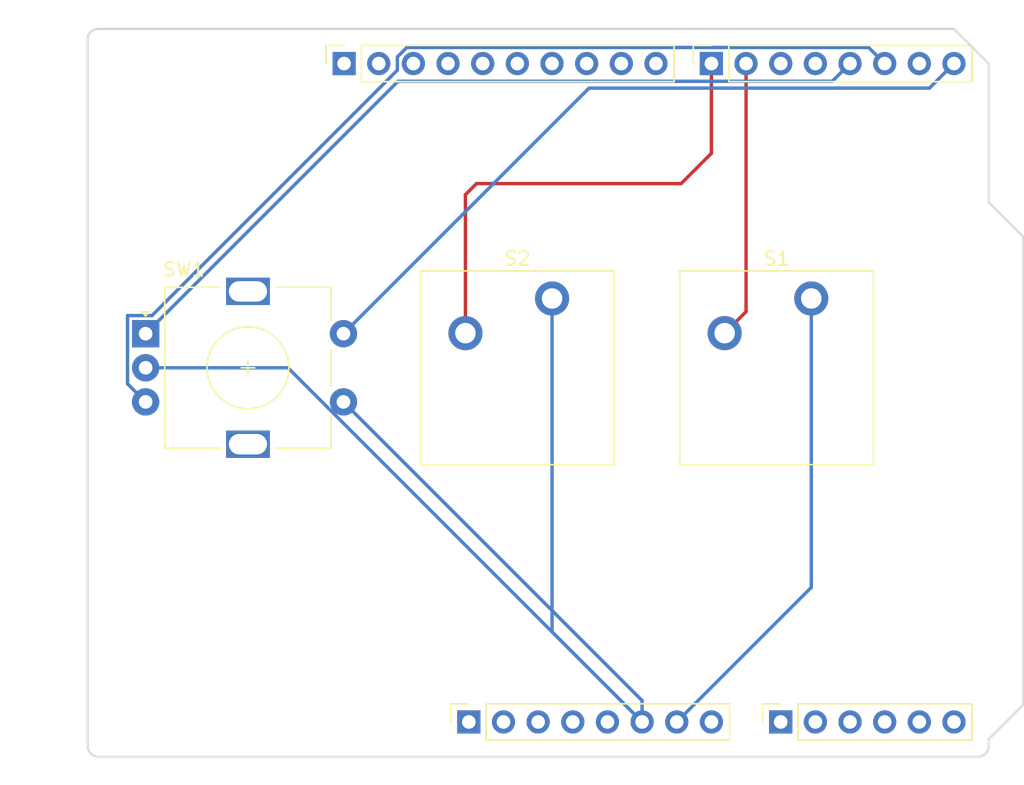
<source format=kicad_pcb>
(kicad_pcb (version 20241229) (generator "pcbnew") (generator_version "9.0")
  (title_block (date "mar. 31 mars 2015"))
  (layers (0 "F.Cu" signal) (2 "B.Cu" signal) (13 "F.Paste" user) (15 "B.Paste" user) (5 "F.SilkS" user "F.Silkscreen") (7 "B.SilkS" user "B.Silkscreen") (1 "F.Mask" user) (3 "B.Mask" user) (25 "Edge.Cuts" user))
  (net 0 "")
  (net 1 "GND")
  (net 3 "+5V")
  (net 4 "/IOREF")
  (net 5 "/A0")
  (net 6 "/A1")
  (net 7 "/A2")
  (net 8 "/A3")
  (net 9 "/SDA{slash}A4")
  (net 10 "/SCL{slash}A5")
  (net 11 "/13")
  (net 12 "/12")
  (net 13 "/AREF")
  (net 14 "/8")
  (net 15 "/7")
  (net 16 "/*11")
  (net 17 "/*10")
  (net 18 "/*9")
  (net 19 "/4")
  (net 20 "/2")
  (net 21 "/*6")
  (net 22 "/*5")
  (net 23 "/TX{slash}1")
  (net 24 "/*3")
  (net 25 "/RX{slash}0")
  (net 26 "+3V3")
  (net 27 "VCC")
  (net 28 "/~{RESET}")
  (footprint "Connector_PinSocket_2.54mm:PinSocket_1x08_P2.54mm_Vertical" (layer "F.Cu") (at 127.94 97.46 90)
    (property "Reference" "J1" (hide yes))
    (property "Value" "Power")
    (fp_line (start 1.33 -1.33) (end 1.33 0) (stroke (width 0.12)) (layer "F.SilkS"))
    (fp_line (start 0 -1.33) (end 1.33 -1.33) (stroke (width 0.12)) (layer "F.SilkS"))
    (fp_line (start 1.33 1.27) (end 1.33 19.11) (stroke (width 0.12)) (layer "F.SilkS"))
    (fp_line (start -1.33 1.27) (end 1.33 1.27) (stroke (width 0.12)) (layer "F.SilkS"))
    (fp_line (start -1.33 1.27) (end -1.33 19.11) (stroke (width 0.12)) (layer "F.SilkS"))
    (fp_line (start -1.33 19.11) (end 1.33 19.11) (stroke (width 0.12)) (layer "F.SilkS"))
    (pad "1" thru_hole rect (at 0 0 90) (size 1.7 1.7) (drill 1) (layers "*.Cu" "*.Mask"))
    (pad "2" thru_hole oval (at 0 2.54 90) (size 1.7 1.7) (drill 1) (layers "*.Cu" "*.Mask") (net 4 "/IOREF"))
    (pad "3" thru_hole oval (at 0 5.08 90) (size 1.7 1.7) (drill 1) (layers "*.Cu" "*.Mask") (net 28 "/~{RESET}"))
    (pad "4" thru_hole oval (at 0 7.62 90) (size 1.7 1.7) (drill 1) (layers "*.Cu" "*.Mask") (net 26 "+3V3"))
    (pad "5" thru_hole oval (at 0 10.16 90) (size 1.7 1.7) (drill 1) (layers "*.Cu" "*.Mask") (net 3 "+5V"))
    (pad "6" thru_hole oval (at 0 12.7 90) (size 1.7 1.7) (drill 1) (layers "*.Cu" "*.Mask") (net 1 "GND"))
    (pad "7" thru_hole oval (at 0 15.24 90) (size 1.7 1.7) (drill 1) (layers "*.Cu" "*.Mask") (net 1 "GND"))
    (pad "8" thru_hole oval (at 0 17.78 90) (size 1.7 1.7) (drill 1) (layers "*.Cu" "*.Mask") (net 27 "VCC"))
  )
  (footprint "Connector_PinSocket_2.54mm:PinSocket_1x06_P2.54mm_Vertical" (layer "F.Cu") (at 150.8 97.46 90)
    (property "Reference" "J3" (hide yes))
    (property "Value" "Analog")
    (fp_line (start 1.33 -1.33) (end 1.33 0) (stroke (width 0.12)) (layer "F.SilkS"))
    (fp_line (start 0 -1.33) (end 1.33 -1.33) (stroke (width 0.12)) (layer "F.SilkS"))
    (fp_line (start 1.33 1.27) (end 1.33 14.03) (stroke (width 0.12)) (layer "F.SilkS"))
    (fp_line (start -1.33 1.27) (end 1.33 1.27) (stroke (width 0.12)) (layer "F.SilkS"))
    (fp_line (start -1.33 1.27) (end -1.33 14.03) (stroke (width 0.12)) (layer "F.SilkS"))
    (fp_line (start -1.33 14.03) (end 1.33 14.03) (stroke (width 0.12)) (layer "F.SilkS"))
    (pad "1" thru_hole rect (at 0 0 90) (size 1.7 1.7) (drill 1) (layers "*.Cu" "*.Mask") (net 5 "/A0"))
    (pad "2" thru_hole oval (at 0 2.54 90) (size 1.7 1.7) (drill 1) (layers "*.Cu" "*.Mask") (net 6 "/A1"))
    (pad "3" thru_hole oval (at 0 5.08 90) (size 1.7 1.7) (drill 1) (layers "*.Cu" "*.Mask") (net 7 "/A2"))
    (pad "4" thru_hole oval (at 0 7.62 90) (size 1.7 1.7) (drill 1) (layers "*.Cu" "*.Mask") (net 8 "/A3"))
    (pad "5" thru_hole oval (at 0 10.16 90) (size 1.7 1.7) (drill 1) (layers "*.Cu" "*.Mask") (net 9 "/SDA{slash}A4"))
    (pad "6" thru_hole oval (at 0 12.7 90) (size 1.7 1.7) (drill 1) (layers "*.Cu" "*.Mask") (net 10 "/SCL{slash}A5"))
  )
  (footprint "Connector_PinSocket_2.54mm:PinSocket_1x10_P2.54mm_Vertical" (layer "F.Cu") (at 118.796 49.2 90)
    (property "Reference" "J2" (hide yes))
    (property "Value" "Digital/PWM")
    (fp_line (start 1.33 -1.33) (end 1.33 0) (stroke (width 0.12)) (layer "F.SilkS"))
    (fp_line (start 0 -1.33) (end 1.33 -1.33) (stroke (width 0.12)) (layer "F.SilkS"))
    (fp_line (start 1.33 1.27) (end 1.33 24.19) (stroke (width 0.12)) (layer "F.SilkS"))
    (fp_line (start -1.33 1.27) (end 1.33 1.27) (stroke (width 0.12)) (layer "F.SilkS"))
    (fp_line (start -1.33 1.27) (end -1.33 24.19) (stroke (width 0.12)) (layer "F.SilkS"))
    (fp_line (start -1.33 24.19) (end 1.33 24.19) (stroke (width 0.12)) (layer "F.SilkS"))
    (pad "1" thru_hole rect (at 0 0 90) (size 1.7 1.7) (drill 1) (layers "*.Cu" "*.Mask") (net 10 "/SCL{slash}A5"))
    (pad "2" thru_hole oval (at 0 2.54 90) (size 1.7 1.7) (drill 1) (layers "*.Cu" "*.Mask") (net 9 "/SDA{slash}A4"))
    (pad "3" thru_hole oval (at 0 5.08 90) (size 1.7 1.7) (drill 1) (layers "*.Cu" "*.Mask") (net 13 "/AREF"))
    (pad "4" thru_hole oval (at 0 7.62 90) (size 1.7 1.7) (drill 1) (layers "*.Cu" "*.Mask") (net 1 "GND"))
    (pad "5" thru_hole oval (at 0 10.16 90) (size 1.7 1.7) (drill 1) (layers "*.Cu" "*.Mask") (net 11 "/13"))
    (pad "6" thru_hole oval (at 0 12.7 90) (size 1.7 1.7) (drill 1) (layers "*.Cu" "*.Mask") (net 12 "/12"))
    (pad "7" thru_hole oval (at 0 15.24 90) (size 1.7 1.7) (drill 1) (layers "*.Cu" "*.Mask") (net 16 "/*11"))
    (pad "8" thru_hole oval (at 0 17.78 90) (size 1.7 1.7) (drill 1) (layers "*.Cu" "*.Mask") (net 17 "/*10"))
    (pad "9" thru_hole oval (at 0 20.32 90) (size 1.7 1.7) (drill 1) (layers "*.Cu" "*.Mask") (net 18 "/*9"))
    (pad "10" thru_hole oval (at 0 22.86 90) (size 1.7 1.7) (drill 1) (layers "*.Cu" "*.Mask") (net 14 "/8"))
  )
  (footprint "Connector_PinSocket_2.54mm:PinSocket_1x08_P2.54mm_Vertical" (layer "F.Cu") (at 145.72 49.2 90)
    (property "Reference" "J4" (hide yes))
    (property "Value" "Digital/PWM")
    (fp_line (start 1.33 -1.33) (end 1.33 0) (stroke (width 0.12)) (layer "F.SilkS"))
    (fp_line (start 0 -1.33) (end 1.33 -1.33) (stroke (width 0.12)) (layer "F.SilkS"))
    (fp_line (start 1.33 1.27) (end 1.33 19.11) (stroke (width 0.12)) (layer "F.SilkS"))
    (fp_line (start -1.33 1.27) (end 1.33 1.27) (stroke (width 0.12)) (layer "F.SilkS"))
    (fp_line (start -1.33 1.27) (end -1.33 19.11) (stroke (width 0.12)) (layer "F.SilkS"))
    (fp_line (start -1.33 19.11) (end 1.33 19.11) (stroke (width 0.12)) (layer "F.SilkS"))
    (pad "1" thru_hole rect (at 0 0 90) (size 1.7 1.7) (drill 1) (layers "*.Cu" "*.Mask") (net 15 "/7"))
    (pad "2" thru_hole oval (at 0 2.54 90) (size 1.7 1.7) (drill 1) (layers "*.Cu" "*.Mask") (net 21 "/*6"))
    (pad "3" thru_hole oval (at 0 5.08 90) (size 1.7 1.7) (drill 1) (layers "*.Cu" "*.Mask") (net 22 "/*5"))
    (pad "4" thru_hole oval (at 0 7.62 90) (size 1.7 1.7) (drill 1) (layers "*.Cu" "*.Mask") (net 19 "/4"))
    (pad "5" thru_hole oval (at 0 10.16 90) (size 1.7 1.7) (drill 1) (layers "*.Cu" "*.Mask") (net 24 "/*3"))
    (pad "6" thru_hole oval (at 0 12.7 90) (size 1.7 1.7) (drill 1) (layers "*.Cu" "*.Mask") (net 20 "/2"))
    (pad "7" thru_hole oval (at 0 15.24 90) (size 1.7 1.7) (drill 1) (layers "*.Cu" "*.Mask") (net 23 "/TX{slash}1"))
    (pad "8" thru_hole oval (at 0 17.78 90) (size 1.7 1.7) (drill 1) (layers "*.Cu" "*.Mask") (net 25 "/RX{slash}0"))
  )
  (footprint "LOGO" (layer "F.Cu") (at 112 88.5)
    (property "Reference" "G***" (hide yes))
    (property "Value" "LOGO" (hide yes))
  )
  (footprint "Arduino_MountingHole:MountingHole_3.2mm" (layer "F.Cu") (at 115.24 49.2)
    (property "Reference" "MH1" (hide yes))
    (property "Value" "MountingHole_3.2mm" (hide yes))
    (pad "" np_thru_hole circle (at 0 0) (size 3.2 3.2) (drill 3.2) (layers "*.Cu" "*.Mask"))
  )
  (footprint "ScottoKeebs_MX:MX_PCB_1.00u" (layer "F.Cu") (at 150.5 71.5)
    (property "Reference" "S1" (at 0 -8 0) (layer "F.SilkS"))
    (property "Value" "Keyswitch")
    (fp_line (start -7.1 -7.1) (end -7.1 7.1) (stroke (width 0.12)) (layer "F.SilkS"))
    (fp_line (start -7.1 7.1) (end 7.1 7.1) (stroke (width 0.12)) (layer "F.SilkS"))
    (fp_line (start 7.1 -7.1) (end -7.1 -7.1) (stroke (width 0.12)) (layer "F.SilkS"))
    (fp_line (start 7.1 7.1) (end 7.1 -7.1) (stroke (width 0.12)) (layer "F.SilkS"))
    (pad "" np_thru_hole circle (at -5.08 0) (size 1.75 1.75) (drill 1.75) (layers "*.Cu" "*.Mask"))
    (pad "" np_thru_hole circle (at 0 0) (size 4 4) (drill 4) (layers "*.Cu" "*.Mask"))
    (pad "" np_thru_hole circle (at 5.08 0) (size 1.75 1.75) (drill 1.75) (layers "*.Cu" "*.Mask"))
    (pad "1" thru_hole circle (at -3.81 -2.54) (size 2.5 2.5) (drill 1.5) (layers "*.Cu" "*.Mask") (net 21 "/*6"))
    (pad "2" thru_hole circle (at 2.54 -5.08) (size 2.5 2.5) (drill 1.5) (layers "*.Cu" "*.Mask") (net 1 "GND"))
  )
  (footprint "Rotary_Encoder:RotaryEncoder_Alps_EC11E-Switch_Vertical_H20mm" (layer "F.Cu") (at 104.25 69)
    (property "Reference" "SW1" (at 2.8 -4.7 0) (layer "F.SilkS"))
    (property "Value" "RotaryEncoder_Switch")
    (fp_line (start -0.3 -1.6) (end 0.3 -1.6) (stroke (width 0.12)) (layer "F.SilkS"))
    (fp_line (start 0 -1.3) (end -0.3 -1.6) (stroke (width 0.12)) (layer "F.SilkS"))
    (fp_line (start 0.3 -1.6) (end 0 -1.3) (stroke (width 0.12)) (layer "F.SilkS"))
    (fp_line (start 1.4 -3.4) (end 1.4 8.4) (stroke (width 0.12)) (layer "F.SilkS"))
    (fp_line (start 5.5 -3.4) (end 1.4 -3.4) (stroke (width 0.12)) (layer "F.SilkS"))
    (fp_line (start 5.5 8.4) (end 1.4 8.4) (stroke (width 0.12)) (layer "F.SilkS"))
    (fp_line (start 7 2.5) (end 8 2.5) (stroke (width 0.12)) (layer "F.SilkS"))
    (fp_line (start 7.5 2) (end 7.5 3) (stroke (width 0.12)) (layer "F.SilkS"))
    (fp_line (start 9.5 -3.4) (end 13.6 -3.4) (stroke (width 0.12)) (layer "F.SilkS"))
    (fp_line (start 13.6 -3.4) (end 13.6 -1) (stroke (width 0.12)) (layer "F.SilkS"))
    (fp_line (start 13.6 1.2) (end 13.6 3.8) (stroke (width 0.12)) (layer "F.SilkS"))
    (fp_line (start 13.6 6) (end 13.6 8.4) (stroke (width 0.12)) (layer "F.SilkS"))
    (fp_line (start 13.6 8.4) (end 9.5 8.4) (stroke (width 0.12)) (layer "F.SilkS"))
    (fp_circle (center 7.5 2.5) (end 10.5 2.5) (stroke (width 0.12)) (fill no) (layer "F.SilkS"))
    (pad "A" thru_hole rect (at 0 0) (size 2 2) (drill 1) (layers "*.Cu" "*.Mask") (net 24 "/*3"))
    (pad "B" thru_hole circle (at 0 5) (size 2 2) (drill 1) (layers "*.Cu" "*.Mask") (net 20 "/2"))
    (pad "C" thru_hole circle (at 0 2.5) (size 2 2) (drill 1) (layers "*.Cu" "*.Mask") (net 1 "GND"))
    (pad "MP" thru_hole rect (at 7.5 -3.1) (size 3.2 2) (drill oval 2.8 1.5) (layers "*.Cu" "*.Mask"))
    (pad "MP" thru_hole rect (at 7.5 8.1) (size 3.2 2) (drill oval 2.8 1.5) (layers "*.Cu" "*.Mask"))
    (pad "S1" thru_hole circle (at 14.5 5) (size 2 2) (drill 1) (layers "*.Cu" "*.Mask") (net 1 "GND"))
    (pad "S2" thru_hole circle (at 14.5 0) (size 2 2) (drill 1) (layers "*.Cu" "*.Mask") (net 25 "/RX{slash}0"))
  )
  (footprint "LOGO" (layer "F.Cu") (at 112 58 180)
    (property "Reference" "G***" (hide yes))
    (property "Value" "LOGO" (hide yes))
  )
  (footprint "ScottoKeebs_MX:MX_PCB_1.00u" (layer "F.Cu") (at 131.5 71.5)
    (property "Reference" "S2" (at 0 -8 0) (layer "F.SilkS"))
    (property "Value" "Keyswitch")
    (fp_line (start -7.1 -7.1) (end -7.1 7.1) (stroke (width 0.12)) (layer "F.SilkS"))
    (fp_line (start -7.1 7.1) (end 7.1 7.1) (stroke (width 0.12)) (layer "F.SilkS"))
    (fp_line (start 7.1 -7.1) (end -7.1 -7.1) (stroke (width 0.12)) (layer "F.SilkS"))
    (fp_line (start 7.1 7.1) (end 7.1 -7.1) (stroke (width 0.12)) (layer "F.SilkS"))
    (pad "" np_thru_hole circle (at -5.08 0) (size 1.75 1.75) (drill 1.75) (layers "*.Cu" "*.Mask"))
    (pad "" np_thru_hole circle (at 0 0) (size 4 4) (drill 4) (layers "*.Cu" "*.Mask"))
    (pad "" np_thru_hole circle (at 5.08 0) (size 1.75 1.75) (drill 1.75) (layers "*.Cu" "*.Mask"))
    (pad "1" thru_hole circle (at -3.81 -2.54) (size 2.5 2.5) (drill 1.5) (layers "*.Cu" "*.Mask") (net 15 "/7"))
    (pad "2" thru_hole circle (at 2.54 -5.08) (size 2.5 2.5) (drill 1.5) (layers "*.Cu" "*.Mask") (net 1 "GND"))
  )
  (footprint "Arduino_MountingHole:MountingHole_3.2mm" (layer "F.Cu") (at 113.97 97.46)
    (property "Reference" "MH2" (hide yes))
    (property "Value" "MountingHole_3.2mm" (hide yes))
    (pad "" np_thru_hole circle (at 0 0) (size 3.2 3.2) (drill 3.2) (layers "*.Cu" "*.Mask"))
  )
  (footprint "Arduino_MountingHole:MountingHole_3.2mm" (layer "F.Cu") (at 166.04 64.44)
    (property "Reference" "MH3" (hide yes))
    (property "Value" "MountingHole_3.2mm" (hide yes))
    (pad "" np_thru_hole circle (at 0 0) (size 3.2 3.2) (drill 3.2) (layers "*.Cu" "*.Mask"))
  )
  (footprint "Arduino_MountingHole:MountingHole_3.2mm" (layer "F.Cu") (at 166.04 92.38)
    (property "Reference" "MH4" (hide yes))
    (property "Value" "MountingHole_3.2mm" (hide yes))
    (pad "" np_thru_hole circle (at 0 0) (size 3.2 3.2) (drill 3.2) (layers "*.Cu" "*.Mask"))
  )
  (gr_line (start 166.04 59.36) (end 168.58 61.9) (stroke (width 0.15)) (layer "Edge.Cuts"))
  (gr_line (start 100 99.238) (end 100 47.422) (stroke (width 0.15)) (layer "Edge.Cuts"))
  (gr_line (start 168.58 61.9) (end 168.58 96.19) (stroke (width 0.15)) (layer "Edge.Cuts"))
  (gr_line (start 165.278 100) (end 100.762 100) (stroke (width 0.15)) (layer "Edge.Cuts"))
  (gr_line (start 100.762 46.66) (end 163.5 46.66) (stroke (width 0.15)) (layer "Edge.Cuts"))
  (gr_arc (start 100.762 100) (mid 100.223185 99.776815) (end 100 99.238) (stroke (width 0.15)) (layer "Edge.Cuts"))
  (gr_line (start 168.58 96.19) (end 166.04 98.73) (stroke (width 0.15)) (layer "Edge.Cuts"))
  (gr_line (start 163.5 46.66) (end 166.04 49.2) (stroke (width 0.15)) (layer "Edge.Cuts"))
  (gr_arc (start 166.04 99.238) (mid 165.816815 99.776815) (end 165.278 100) (stroke (width 0.15)) (layer "Edge.Cuts"))
  (gr_line (start 166.04 49.2) (end 166.04 59.36) (stroke (width 0.15)) (layer "Edge.Cuts"))
  (gr_line (start 166.04 98.73) (end 166.04 99.238) (stroke (width 0.15)) (layer "Edge.Cuts"))
  (gr_arc (start 100 47.422) (mid 100.223185 46.883185) (end 100.762 46.66) (stroke (width 0.15)) (layer "Edge.Cuts"))
  (segment (start 153.04 87.6) (end 143.18 97.46) (width 0.25) (layer "B.Cu") (net 1))
  (segment (start 118.75 74) (end 140.64 95.89) (width 0.25) (layer "B.Cu") (net 1))
  (segment (start 104.25 71.5) (end 114.68 71.5) (width 0.25) (layer "B.Cu") (net 1))
  (segment (start 114.68 71.5) (end 140.64 97.46) (width 0.25) (layer "B.Cu") (net 1))
  (segment (start 153.04 66.42) (end 153.04 87.6) (width 0.25) (layer "B.Cu") (net 1))
  (segment (start 134.04 90.86) (end 140.64 97.46) (width 0.25) (layer "B.Cu") (net 1))
  (segment (start 140.64 95.89) (end 140.64 97.46) (width 0.25) (layer "B.Cu") (net 1))
  (segment (start 134.04 66.42) (end 134.04 90.86) (width 0.25) (layer "B.Cu") (net 1))
  (segment (start 127.69 68.96) (end 127.69 58.81) (width 0.25) (layer "F.Cu") (net 15))
  (segment (start 143.5 58) (end 145.72 55.78) (width 0.25) (layer "F.Cu") (net 15))
  (segment (start 127.69 58.81) (end 128.5 58) (width 0.25) (layer "F.Cu") (net 15))
  (segment (start 145.72 55.78) (end 145.72 49.2) (width 0.25) (layer "F.Cu") (net 15))
  (segment (start 128.5 58) (end 143.5 58) (width 0.25) (layer "F.Cu") (net 15))
  (segment (start 122.7 48.712884) (end 123.388884 48.024) (width 0.25) (layer "B.Cu") (net 20))
  (segment (start 104.713116 67.674) (end 122.7 49.687116) (width 0.25) (layer "B.Cu") (net 20))
  (segment (start 157.244 48.024) (end 158.42 49.2) (width 0.25) (layer "B.Cu") (net 20))
  (segment (start 104.25 74) (end 102.924 72.674) (width 0.25) (layer "B.Cu") (net 20))
  (segment (start 102.924 67.674) (end 104.713116 67.674) (width 0.25) (layer "B.Cu") (net 20))
  (segment (start 122.7 49.687116) (end 122.7 48.712884) (width 0.25) (layer "B.Cu") (net 20))
  (segment (start 102.924 72.674) (end 102.924 67.674) (width 0.25) (layer "B.Cu") (net 20))
  (segment (start 123.388884 48.024) (end 157.244 48.024) (width 0.25) (layer "B.Cu") (net 20))
  (segment (start 148.26 67.39) (end 148.26 49.2) (width 0.25) (layer "F.Cu") (net 21))
  (segment (start 146.69 68.96) (end 148.26 67.39) (width 0.25) (layer "F.Cu") (net 21))
  (segment (start 122.75 50.5) (end 154.58 50.5) (width 0.25) (layer "B.Cu") (net 24))
  (segment (start 154.58 50.5) (end 155.88 49.2) (width 0.25) (layer "B.Cu") (net 24))
  (segment (start 104.25 69) (end 122.75 50.5) (width 0.25) (layer "B.Cu") (net 24))
  (segment (start 136.75 51) (end 161.7 51) (width 0.25) (layer "B.Cu") (net 25))
  (segment (start 161.7 51) (end 163.5 49.2) (width 0.25) (layer "B.Cu") (net 25))
  (segment (start 118.75 69) (end 136.75 51) (width 0.25) (layer "B.Cu") (net 25))
)
</source>
